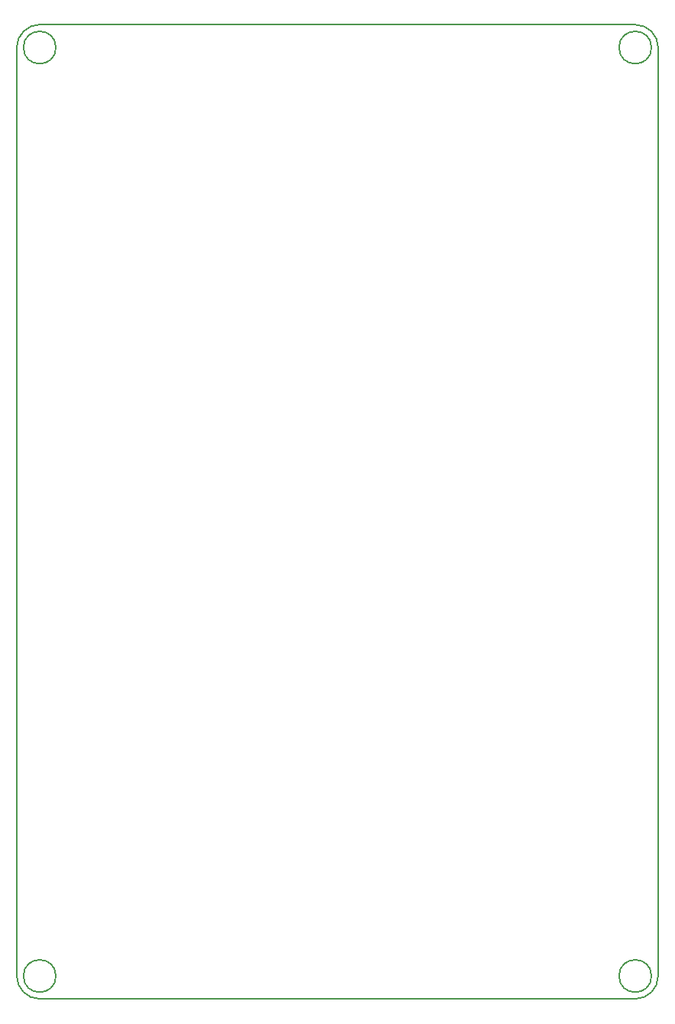
<source format=gbr>
G04 #@! TF.FileFunction,Profile,NP*
%FSLAX46Y46*%
G04 Gerber Fmt 4.6, Leading zero omitted, Abs format (unit mm)*
G04 Created by KiCad (PCBNEW 4.0.4-stable) date 12/16/18 15:37:44*
%MOMM*%
%LPD*%
G01*
G04 APERTURE LIST*
%ADD10C,0.100000*%
%ADD11C,0.150000*%
G04 APERTURE END LIST*
D10*
D11*
X137686051Y-171450000D02*
G75*
G03X137686051Y-171450000I-1796051J0D01*
G01*
X137686051Y-68580000D02*
G75*
G03X137686051Y-68580000I-1796051J0D01*
G01*
X71646051Y-68580000D02*
G75*
G03X71646051Y-68580000I-1796051J0D01*
G01*
X71646051Y-171450000D02*
G75*
G03X71646051Y-171450000I-1796051J0D01*
G01*
X67310000Y-171450000D02*
G75*
G03X69850000Y-173990000I2540000J0D01*
G01*
X135890000Y-173990000D02*
G75*
G03X138430000Y-171450000I0J2540000D01*
G01*
X138430000Y-68580000D02*
G75*
G03X135890000Y-66040000I-2540000J0D01*
G01*
X69850000Y-66040000D02*
G75*
G03X67310000Y-68580000I0J-2540000D01*
G01*
X67310000Y-171450000D02*
X67310000Y-68580000D01*
X135890000Y-173990000D02*
X69850000Y-173990000D01*
X138430000Y-68580000D02*
X138430000Y-171450000D01*
X135890000Y-66040000D02*
X134620000Y-66040000D01*
X69850000Y-66040000D02*
X134620000Y-66040000D01*
M02*

</source>
